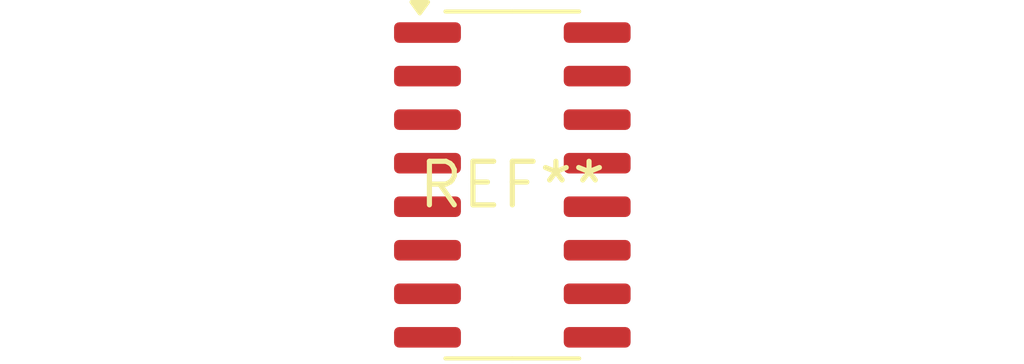
<source format=kicad_pcb>
(kicad_pcb (version 20240108) (generator pcbnew)
  (layers (0 "F.Cu" signal) (31 "B.Cu" signal) (34 "B.Paste" user) (35 "F.Paste" user) (36 "B.SilkS" user "B.Silkscreen") (37 "F.SilkS" user "F.Silkscreen") (38 "B.Mask" user) (39 "F.Mask" user) (44 "Edge.Cuts" user))
  (net 0 "")
  (footprint "SOIC-16_3.9x9.9mm_P1.27mm" (layer "F.Cu") (at 0 0)
    (property "Reference" "REF**")
    (property "Value" "SOIC-16_3.9x9.9mm_P1.27mm")
    (fp_line (start 0 -5.06) (end -1.95 -5.06) (layer "F.SilkS") (stroke (width 0.12)))
    (fp_line (start 0 -5.06) (end 1.95 -5.06) (layer "F.SilkS") (stroke (width 0.12)))
    (fp_line (start 0 5.06) (end -1.95 5.06) (layer "F.SilkS") (stroke (width 0.12)))
    (fp_line (start 0 5.06) (end 1.95 5.06) (layer "F.SilkS") (stroke (width 0.12)))
    (fp_poly (pts (xy -2.7 -5.005) (xy -2.94 -5.335) (xy -2.46 -5.335) (xy -2.7 -5.005)) (layer "F.SilkS") (stroke (width 0.12)) (fill solid))
    (pad "1" smd roundrect (at -2.475 -4.445) (size 1.95 0.6) (layers "F.Cu" "F.Paste" "F.Mask"))
    (pad "2" smd roundrect (at -2.475 -3.175) (size 1.95 0.6) (layers "F.Cu" "F.Paste" "F.Mask"))
    (pad "3" smd roundrect (at -2.475 -1.905) (size 1.95 0.6) (layers "F.Cu" "F.Paste" "F.Mask"))
    (pad "4" smd roundrect (at -2.475 -0.635) (size 1.95 0.6) (layers "F.Cu" "F.Paste" "F.Mask"))
    (pad "5" smd roundrect (at -2.475 0.635) (size 1.95 0.6) (layers "F.Cu" "F.Paste" "F.Mask"))
    (pad "6" smd roundrect (at -2.475 1.905) (size 1.95 0.6) (layers "F.Cu" "F.Paste" "F.Mask"))
    (pad "7" smd roundrect (at -2.475 3.175) (size 1.95 0.6) (layers "F.Cu" "F.Paste" "F.Mask"))
    (pad "8" smd roundrect (at -2.475 4.445) (size 1.95 0.6) (layers "F.Cu" "F.Paste" "F.Mask"))
    (pad "9" smd roundrect (at 2.475 4.445) (size 1.95 0.6) (layers "F.Cu" "F.Paste" "F.Mask"))
    (pad "10" smd roundrect (at 2.475 3.175) (size 1.95 0.6) (layers "F.Cu" "F.Paste" "F.Mask"))
    (pad "11" smd roundrect (at 2.475 1.905) (size 1.95 0.6) (layers "F.Cu" "F.Paste" "F.Mask"))
    (pad "12" smd roundrect (at 2.475 0.635) (size 1.95 0.6) (layers "F.Cu" "F.Paste" "F.Mask"))
    (pad "13" smd roundrect (at 2.475 -0.635) (size 1.95 0.6) (layers "F.Cu" "F.Paste" "F.Mask"))
    (pad "14" smd roundrect (at 2.475 -1.905) (size 1.95 0.6) (layers "F.Cu" "F.Paste" "F.Mask"))
    (pad "15" smd roundrect (at 2.475 -3.175) (size 1.95 0.6) (layers "F.Cu" "F.Paste" "F.Mask"))
    (pad "16" smd roundrect (at 2.475 -4.445) (size 1.95 0.6) (layers "F.Cu" "F.Paste" "F.Mask"))
  )
)
</source>
